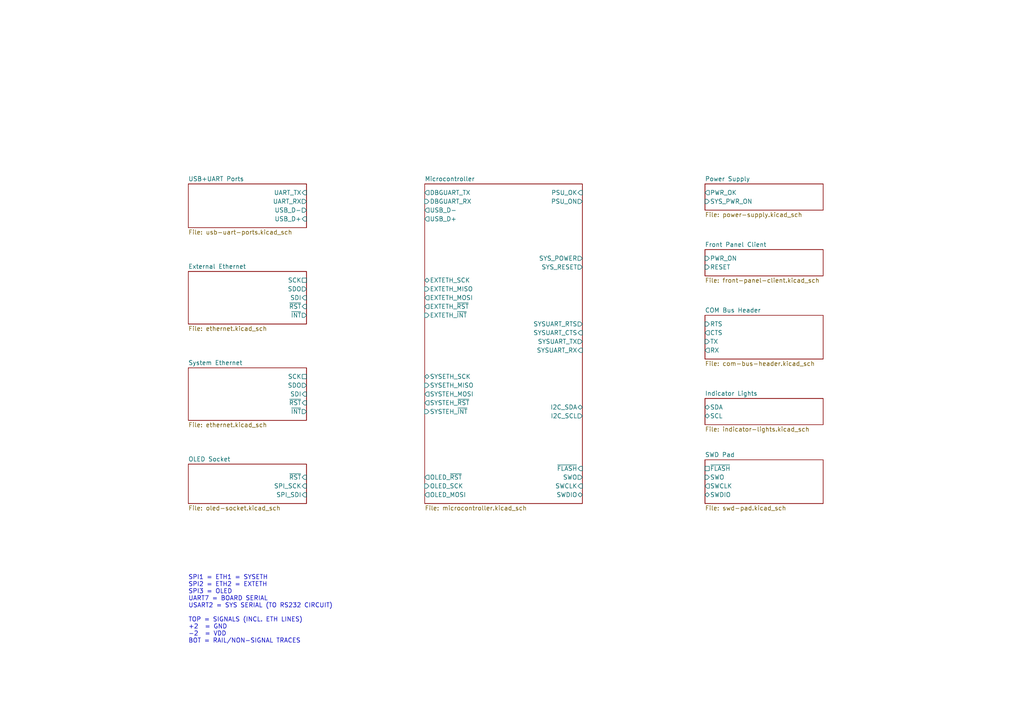
<source format=kicad_sch>
(kicad_sch (version 20230121) (generator eeschema)

  (uuid e89dcd22-1250-4a5b-b778-1c95a0dd623d)

  (paper "A4")

  (title_block
    (title "Oro Link")
    (date "2023-03-01")
    (rev "2")
    (company "Oro Operating System")
  )

  (lib_symbols
  )


  (text "SPI1 = ETH1 = SYSETH\nSPI2 = ETH2 = EXTETH\nSPI3 = OLED\nUART7 = BOARD SERIAL\nUSART2 = SYS SERIAL (TO RS232 CIRCUIT)\n\nTOP = SIGNALS (INCL. ETH LINES)\n+2  = GND\n-2  = VDD\nBOT = RAIL/NON-SIGNAL TRACES"
    (at 54.61 186.69 0)
    (effects (font (size 1.27 1.27)) (justify left bottom))
    (uuid 3c640dba-fa52-4fbc-b48a-7d17584c9cc7)
  )

  (sheet (at 54.61 134.62) (size 34.29 11.43) (fields_autoplaced)
    (stroke (width 0.1524) (type solid))
    (fill (color 0 0 0 0.0000))
    (uuid 1b3eede1-74b0-4c0b-b4f1-7ec1bfc1f54f)
    (property "Sheetname" "OLED Socket" (at 54.61 133.9084 0)
      (effects (font (size 1.27 1.27)) (justify left bottom))
    )
    (property "Sheetfile" "oled-socket.kicad_sch" (at 54.61 146.6346 0)
      (effects (font (size 1.27 1.27)) (justify left top))
    )
    (pin "SPI_SCK" input (at 88.9 140.97 0)
      (effects (font (size 1.27 1.27)) (justify right))
      (uuid 6889326c-cb12-4e0b-a1ee-9de146f3a761)
    )
    (pin "~{RST}" input (at 88.9 138.43 0)
      (effects (font (size 1.27 1.27)) (justify right))
      (uuid 4674fb04-0afd-4812-9ae0-9b91933807cd)
    )
    (pin "SPI_SDI" input (at 88.9 143.51 0)
      (effects (font (size 1.27 1.27)) (justify right))
      (uuid 3b7b7f93-2c48-4a8d-bdbd-a67b90e5f51c)
    )
    (instances
      (project "Oro Link rev2"
        (path "/e89dcd22-1250-4a5b-b778-1c95a0dd623d" (page "5"))
      )
    )
  )

  (sheet (at 204.47 133.35) (size 34.29 12.7) (fields_autoplaced)
    (stroke (width 0.1524) (type solid))
    (fill (color 0 0 0 0.0000))
    (uuid 259c9346-7ad9-40c3-9e14-9b19afc78ddf)
    (property "Sheetname" "SWD Pad" (at 204.47 132.6384 0)
      (effects (font (size 1.27 1.27)) (justify left bottom))
    )
    (property "Sheetfile" "swd-pad.kicad_sch" (at 204.47 146.6346 0)
      (effects (font (size 1.27 1.27)) (justify left top))
    )
    (pin "~{FLASH}" passive (at 204.47 135.89 180)
      (effects (font (size 1.27 1.27)) (justify left))
      (uuid 3d76c1ae-cd30-4a53-b1de-85b61b1566c3)
    )
    (pin "SWO" input (at 204.47 138.43 180)
      (effects (font (size 1.27 1.27)) (justify left))
      (uuid 327ef97f-09c4-48c9-872f-c2c07001e78c)
    )
    (pin "SWCLK" output (at 204.47 140.97 180)
      (effects (font (size 1.27 1.27)) (justify left))
      (uuid 26f18fd8-a114-4087-ac74-0c1c942f4566)
    )
    (pin "SWDIO" bidirectional (at 204.47 143.51 180)
      (effects (font (size 1.27 1.27)) (justify left))
      (uuid 9344931a-00e6-43e3-a5b2-37ace63422fd)
    )
    (instances
      (project "Oro Link rev2"
        (path "/e89dcd22-1250-4a5b-b778-1c95a0dd623d" (page "8"))
      )
    )
  )

  (sheet (at 204.47 115.57) (size 34.29 7.62) (fields_autoplaced)
    (stroke (width 0.1524) (type solid))
    (fill (color 0 0 0 0.0000))
    (uuid 49c51f54-e113-47ff-b1ad-86c9ad73cafa)
    (property "Sheetname" "Indicator Lights" (at 204.47 114.8584 0)
      (effects (font (size 1.27 1.27)) (justify left bottom))
    )
    (property "Sheetfile" "indicator-lights.kicad_sch" (at 204.47 123.7746 0)
      (effects (font (size 1.27 1.27)) (justify left top))
    )
    (pin "SDA" bidirectional (at 204.47 118.11 180)
      (effects (font (size 1.27 1.27)) (justify left))
      (uuid 67255031-ec14-4707-aaae-824b71018785)
    )
    (pin "SCL" bidirectional (at 204.47 120.65 180)
      (effects (font (size 1.27 1.27)) (justify left))
      (uuid 46e1871e-9a87-4e51-ac50-7ebb731c5466)
    )
    (instances
      (project "Oro Link rev2"
        (path "/e89dcd22-1250-4a5b-b778-1c95a0dd623d" (page "12"))
      )
    )
  )

  (sheet (at 54.61 106.68) (size 34.29 15.24) (fields_autoplaced)
    (stroke (width 0.1524) (type solid))
    (fill (color 0 0 0 0.0000))
    (uuid 52771c01-2e58-4900-abe5-411f688d020f)
    (property "Sheetname" "System Ethernet" (at 54.61 105.9684 0)
      (effects (font (size 1.27 1.27)) (justify left bottom))
    )
    (property "Sheetfile" "ethernet.kicad_sch" (at 54.61 122.5046 0)
      (effects (font (size 1.27 1.27)) (justify left top))
    )
    (pin "SDI" input (at 88.9 114.3 0)
      (effects (font (size 1.27 1.27)) (justify right))
      (uuid fd79fc2d-b736-44c6-8626-577eac166fa7)
    )
    (pin "~{INT}" output (at 88.9 119.38 0)
      (effects (font (size 1.27 1.27)) (justify right))
      (uuid 6f14d1da-5051-47e1-97d9-4eb83509c64f)
    )
    (pin "SDO" output (at 88.9 111.76 0)
      (effects (font (size 1.27 1.27)) (justify right))
      (uuid 2ad7054e-3c50-4cf4-80ac-db9094a7c9cc)
    )
    (pin "SCK" passive (at 88.9 109.22 0)
      (effects (font (size 1.27 1.27)) (justify right))
      (uuid af808566-ff4d-4e61-8d76-d54dc8bc7797)
    )
    (pin "~{RST}" input (at 88.9 116.84 0)
      (effects (font (size 1.27 1.27)) (justify right))
      (uuid 028f7442-b066-49e9-8e83-07300321ace9)
    )
    (instances
      (project "Oro Link rev2"
        (path "/e89dcd22-1250-4a5b-b778-1c95a0dd623d" (page "6"))
      )
    )
  )

  (sheet (at 204.47 72.39) (size 34.29 7.62) (fields_autoplaced)
    (stroke (width 0.1524) (type solid))
    (fill (color 0 0 0 0.0000))
    (uuid 6eeb4496-d532-42b5-95b8-3d397c9a21d1)
    (property "Sheetname" "Front Panel Client" (at 204.47 71.6784 0)
      (effects (font (size 1.27 1.27)) (justify left bottom))
    )
    (property "Sheetfile" "front-panel-client.kicad_sch" (at 204.47 80.5946 0)
      (effects (font (size 1.27 1.27)) (justify left top))
    )
    (pin "PWR_ON" input (at 204.47 74.93 180)
      (effects (font (size 1.27 1.27)) (justify left))
      (uuid f552ed35-030c-4fc2-8e69-4dc30f43cd1b)
    )
    (pin "RESET" input (at 204.47 77.47 180)
      (effects (font (size 1.27 1.27)) (justify left))
      (uuid 048704ee-1e03-47ae-86b2-d7a73db3a9c2)
    )
    (instances
      (project "Oro Link rev2"
        (path "/e89dcd22-1250-4a5b-b778-1c95a0dd623d" (page "4"))
      )
    )
  )

  (sheet (at 54.61 53.34) (size 34.29 12.7) (fields_autoplaced)
    (stroke (width 0.1524) (type solid))
    (fill (color 0 0 0 0.0000))
    (uuid 6f0a294d-fd09-4bb5-9458-a2c8fc68902c)
    (property "Sheetname" "USB+UART Ports" (at 54.61 52.6284 0)
      (effects (font (size 1.27 1.27)) (justify left bottom))
    )
    (property "Sheetfile" "usb-uart-ports.kicad_sch" (at 54.61 66.6246 0)
      (effects (font (size 1.27 1.27)) (justify left top))
    )
    (pin "UART_TX" input (at 88.9 55.88 0)
      (effects (font (size 1.27 1.27)) (justify right))
      (uuid 80cecad3-c895-409f-8aa3-94cc26239ede)
    )
    (pin "UART_RX" output (at 88.9 58.42 0)
      (effects (font (size 1.27 1.27)) (justify right))
      (uuid 3718bc77-e353-424f-90d6-4a9a8f9e50ba)
    )
    (pin "USB_D-" output (at 88.9 60.96 0)
      (effects (font (size 1.27 1.27)) (justify right))
      (uuid 131c5ed7-642b-4f3f-9dc6-e28f25ddcb94)
    )
    (pin "USB_D+" input (at 88.9 63.5 0)
      (effects (font (size 1.27 1.27)) (justify right))
      (uuid b40d4b04-7794-48ce-aee5-6b9f41af4d73)
    )
    (instances
      (project "Oro Link rev2"
        (path "/e89dcd22-1250-4a5b-b778-1c95a0dd623d" (page "9"))
      )
    )
  )

  (sheet (at 54.61 78.74) (size 34.29 15.24) (fields_autoplaced)
    (stroke (width 0.1524) (type solid))
    (fill (color 0 0 0 0.0000))
    (uuid 7cebe953-3148-4b67-a6c9-1f2594261687)
    (property "Sheetname" "External Ethernet" (at 54.61 78.0284 0)
      (effects (font (size 1.27 1.27)) (justify left bottom))
    )
    (property "Sheetfile" "ethernet.kicad_sch" (at 54.61 94.5646 0)
      (effects (font (size 1.27 1.27)) (justify left top))
    )
    (pin "SDI" input (at 88.9 86.36 0)
      (effects (font (size 1.27 1.27)) (justify right))
      (uuid 1bef8916-55a6-48f3-bc6d-b332423d077e)
    )
    (pin "~{INT}" output (at 88.9 91.44 0)
      (effects (font (size 1.27 1.27)) (justify right))
      (uuid 2dca2eea-91b1-4949-b0b4-91d92d54a48e)
    )
    (pin "SDO" output (at 88.9 83.82 0)
      (effects (font (size 1.27 1.27)) (justify right))
      (uuid 0bf99ae8-86de-402b-bdd8-087f0ee92439)
    )
    (pin "SCK" passive (at 88.9 81.28 0)
      (effects (font (size 1.27 1.27)) (justify right))
      (uuid 8612819c-656b-4a35-bc26-d09af9b63af4)
    )
    (pin "~{RST}" input (at 88.9 88.9 0)
      (effects (font (size 1.27 1.27)) (justify right))
      (uuid 083f3e58-c8d8-45e9-9253-8b6a10af552f)
    )
    (instances
      (project "Oro Link rev2"
        (path "/e89dcd22-1250-4a5b-b778-1c95a0dd623d" (page "7"))
      )
    )
  )

  (sheet (at 204.47 91.44) (size 34.29 12.7) (fields_autoplaced)
    (stroke (width 0.1524) (type solid))
    (fill (color 0 0 0 0.0000))
    (uuid a5104146-06a0-496e-bda0-1e4731a261c3)
    (property "Sheetname" "COM Bus Header" (at 204.47 90.7284 0)
      (effects (font (size 1.27 1.27)) (justify left bottom))
    )
    (property "Sheetfile" "com-bus-header.kicad_sch" (at 204.47 104.7246 0)
      (effects (font (size 1.27 1.27)) (justify left top))
    )
    (pin "RTS" input (at 204.47 93.98 180)
      (effects (font (size 1.27 1.27)) (justify left))
      (uuid 98dbad4e-11fd-4359-8d4b-98449cb39c09)
    )
    (pin "RX" output (at 204.47 101.6 180)
      (effects (font (size 1.27 1.27)) (justify left))
      (uuid 856aa328-eaff-47c7-912c-6dacfac467e9)
    )
    (pin "TX" input (at 204.47 99.06 180)
      (effects (font (size 1.27 1.27)) (justify left))
      (uuid 633e0161-0c58-4aa5-bad2-4d1873f101fa)
    )
    (pin "CTS" output (at 204.47 96.52 180)
      (effects (font (size 1.27 1.27)) (justify left))
      (uuid 53e6d490-1837-4092-8d28-a81832a3c381)
    )
    (instances
      (project "Oro Link rev2"
        (path "/e89dcd22-1250-4a5b-b778-1c95a0dd623d" (page "11"))
      )
    )
  )

  (sheet (at 123.19 53.34) (size 45.72 92.71) (fields_autoplaced)
    (stroke (width 0.1524) (type solid))
    (fill (color 0 0 0 0.0000))
    (uuid dd173832-34f8-47c0-be66-f527d6e2d134)
    (property "Sheetname" "Microcontroller" (at 123.19 52.6284 0)
      (effects (font (size 1.27 1.27)) (justify left bottom))
    )
    (property "Sheetfile" "microcontroller.kicad_sch" (at 123.19 146.6346 0)
      (effects (font (size 1.27 1.27)) (justify left top))
    )
    (pin "EXTETH_~{RST}" output (at 123.19 88.9 180)
      (effects (font (size 1.27 1.27)) (justify left))
      (uuid 0094df2e-097e-4b11-a22e-ab598f5c51e7)
    )
    (pin "SYSUART_RTS" output (at 168.91 93.98 0)
      (effects (font (size 1.27 1.27)) (justify right))
      (uuid bde15cbf-8418-42a1-83c2-f36583ada219)
    )
    (pin "SYSUART_TX" output (at 168.91 99.06 0)
      (effects (font (size 1.27 1.27)) (justify right))
      (uuid 264650f0-fc4e-4fde-b3a3-cd807e0cedc1)
    )
    (pin "SYSUART_RX" input (at 168.91 101.6 0)
      (effects (font (size 1.27 1.27)) (justify right))
      (uuid 55e38968-8091-43a7-ba69-d64b6336e9df)
    )
    (pin "EXTETH_MOSI" output (at 123.19 86.36 180)
      (effects (font (size 1.27 1.27)) (justify left))
      (uuid c80983dd-6be4-4d08-96dd-c757ef18e702)
    )
    (pin "EXTETH_MISO" input (at 123.19 83.82 180)
      (effects (font (size 1.27 1.27)) (justify left))
      (uuid 04f681fe-2b34-435d-8e55-75443a5d7650)
    )
    (pin "EXTETH_SCK" bidirectional (at 123.19 81.28 180)
      (effects (font (size 1.27 1.27)) (justify left))
      (uuid 01dbb53b-27a8-4e9f-ab78-f4430de71ae1)
    )
    (pin "DBGUART_TX" output (at 123.19 55.88 180)
      (effects (font (size 1.27 1.27)) (justify left))
      (uuid f2d9c6da-d185-4a41-a085-d0e7619c103f)
    )
    (pin "SYSTEH_~{RST}" output (at 123.19 116.84 180)
      (effects (font (size 1.27 1.27)) (justify left))
      (uuid 051c9201-2499-4d26-97a6-c7547aa543f4)
    )
    (pin "SYSTEH_~{INT}" input (at 123.19 119.38 180)
      (effects (font (size 1.27 1.27)) (justify left))
      (uuid 94c6b319-7e86-4617-954c-170128b835f8)
    )
    (pin "DBGUART_RX" input (at 123.19 58.42 180)
      (effects (font (size 1.27 1.27)) (justify left))
      (uuid 6b4bbab1-0282-49cc-933d-e290e2d731fb)
    )
    (pin "SYSETH_MISO" input (at 123.19 111.76 180)
      (effects (font (size 1.27 1.27)) (justify left))
      (uuid 7bb89380-540c-4afd-9ee1-a866d77c730c)
    )
    (pin "SYSETH_SCK" bidirectional (at 123.19 109.22 180)
      (effects (font (size 1.27 1.27)) (justify left))
      (uuid 5036234e-22ed-4093-9d10-960ac47978be)
    )
    (pin "SYSTEH_MOSI" output (at 123.19 114.3 180)
      (effects (font (size 1.27 1.27)) (justify left))
      (uuid c5994749-bc0a-4297-95fc-00b5170521ff)
    )
    (pin "PSU_ON" output (at 168.91 58.42 0)
      (effects (font (size 1.27 1.27)) (justify right))
      (uuid 5e12121f-c559-4d8a-8cde-8ad3dde5de67)
    )
    (pin "SYS_RESET" output (at 168.91 77.47 0)
      (effects (font (size 1.27 1.27)) (justify right))
      (uuid 299ec1f4-ad5e-4835-bab4-19eaf154cb9a)
    )
    (pin "PSU_OK" input (at 168.91 55.88 0)
      (effects (font (size 1.27 1.27)) (justify right))
      (uuid d6769141-3990-4594-bf9c-513cd029bc61)
    )
    (pin "SYS_POWER" output (at 168.91 74.93 0)
      (effects (font (size 1.27 1.27)) (justify right))
      (uuid 138405da-8841-4586-8dbd-0f93a17f022a)
    )
    (pin "EXTETH_~{INT}" input (at 123.19 91.44 180)
      (effects (font (size 1.27 1.27)) (justify left))
      (uuid 299e9929-c0d1-43ec-8c60-b6efaec9bc5a)
    )
    (pin "I2C_SDA" bidirectional (at 168.91 118.11 0)
      (effects (font (size 1.27 1.27)) (justify right))
      (uuid 45bebfae-2683-4c0d-b897-c42d0f4699e1)
    )
    (pin "I2C_SCL" output (at 168.91 120.65 0)
      (effects (font (size 1.27 1.27)) (justify right))
      (uuid ac2da590-951d-4eae-9c72-173bc1b19628)
    )
    (pin "~{FLASH}" input (at 168.91 135.89 0)
      (effects (font (size 1.27 1.27)) (justify right))
      (uuid fb0166c6-b957-4b41-a88a-235e0ab9be64)
    )
    (pin "OLED_MOSI" output (at 123.19 143.51 180)
      (effects (font (size 1.27 1.27)) (justify left))
      (uuid e5413b7c-3699-4026-bcb5-a20571cde875)
    )
    (pin "SWCLK" input (at 168.91 140.97 0)
      (effects (font (size 1.27 1.27)) (justify right))
      (uuid 9439a85e-75b5-4d71-91a2-02fade720ae0)
    )
    (pin "OLED_SCK" input (at 123.19 140.97 180)
      (effects (font (size 1.27 1.27)) (justify left))
      (uuid 17b00402-c949-47a6-a27b-a9d1769c6b82)
    )
    (pin "SYSUART_CTS" input (at 168.91 96.52 0)
      (effects (font (size 1.27 1.27)) (justify right))
      (uuid 2ceca16c-2fcf-4659-8be4-943f777270e5)
    )
    (pin "OLED_~{RST}" output (at 123.19 138.43 180)
      (effects (font (size 1.27 1.27)) (justify left))
      (uuid bd3bc880-35ae-40f8-8351-f24cfae2cabd)
    )
    (pin "SWO" output (at 168.91 138.43 0)
      (effects (font (size 1.27 1.27)) (justify right))
      (uuid 4497cede-9bf0-423d-9c57-7900eaf0e3e0)
    )
    (pin "USB_D+" output (at 123.19 63.5 180)
      (effects (font (size 1.27 1.27)) (justify left))
      (uuid 34cc8a55-a51a-422b-9897-63cb1af19a4e)
    )
    (pin "SWDIO" bidirectional (at 168.91 143.51 0)
      (effects (font (size 1.27 1.27)) (justify right))
      (uuid a79fb434-f004-4655-9242-7e4634fd394f)
    )
    (pin "USB_D-" output (at 123.19 60.96 180)
      (effects (font (size 1.27 1.27)) (justify left))
      (uuid 9a31f311-592d-4d59-816e-d8f23236c211)
    )
    (instances
      (project "Oro Link rev2"
        (path "/e89dcd22-1250-4a5b-b778-1c95a0dd623d" (page "2"))
      )
    )
  )

  (sheet (at 204.47 53.34) (size 34.29 7.62) (fields_autoplaced)
    (stroke (width 0.1524) (type solid))
    (fill (color 0 0 0 0.0000))
    (uuid f955395e-bf1a-4ef3-9cfe-ec9d49f66988)
    (property "Sheetname" "Power Supply" (at 204.47 52.6284 0)
      (effects (font (size 1.27 1.27)) (justify left bottom))
    )
    (property "Sheetfile" "power-supply.kicad_sch" (at 204.47 61.5446 0)
      (effects (font (size 1.27 1.27)) (justify left top))
    )
    (pin "PWR_OK" output (at 204.47 55.88 180)
      (effects (font (size 1.27 1.27)) (justify left))
      (uuid 5bca749f-a498-468d-a347-47d0e7490193)
    )
    (pin "SYS_PWR_ON" input (at 204.47 58.42 180)
      (effects (font (size 1.27 1.27)) (justify left))
      (uuid bfb70c7b-bcbf-4bee-9451-61e7e29415b8)
    )
    (instances
      (project "Oro Link rev2"
        (path "/e89dcd22-1250-4a5b-b778-1c95a0dd623d" (page "3"))
      )
    )
  )

  (sheet_instances
    (path "/" (page "1"))
  )
)

</source>
